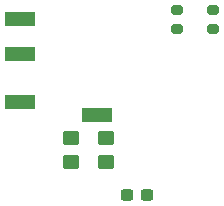
<source format=gbr>
%TF.GenerationSoftware,KiCad,Pcbnew,(6.0.4)*%
%TF.CreationDate,2022-05-02T18:01:09+08:00*%
%TF.ProjectId,RP2040 Board V1.0,52503230-3430-4204-926f-617264205631,rev?*%
%TF.SameCoordinates,Original*%
%TF.FileFunction,Paste,Bot*%
%TF.FilePolarity,Positive*%
%FSLAX46Y46*%
G04 Gerber Fmt 4.6, Leading zero omitted, Abs format (unit mm)*
G04 Created by KiCad (PCBNEW (6.0.4)) date 2022-05-02 18:01:09*
%MOMM*%
%LPD*%
G01*
G04 APERTURE LIST*
G04 Aperture macros list*
%AMRoundRect*
0 Rectangle with rounded corners*
0 $1 Rounding radius*
0 $2 $3 $4 $5 $6 $7 $8 $9 X,Y pos of 4 corners*
0 Add a 4 corners polygon primitive as box body*
4,1,4,$2,$3,$4,$5,$6,$7,$8,$9,$2,$3,0*
0 Add four circle primitives for the rounded corners*
1,1,$1+$1,$2,$3*
1,1,$1+$1,$4,$5*
1,1,$1+$1,$6,$7*
1,1,$1+$1,$8,$9*
0 Add four rect primitives between the rounded corners*
20,1,$1+$1,$2,$3,$4,$5,0*
20,1,$1+$1,$4,$5,$6,$7,0*
20,1,$1+$1,$6,$7,$8,$9,0*
20,1,$1+$1,$8,$9,$2,$3,0*%
G04 Aperture macros list end*
%ADD10RoundRect,0.250000X-0.450000X0.350000X-0.450000X-0.350000X0.450000X-0.350000X0.450000X0.350000X0*%
%ADD11RoundRect,0.237500X0.300000X0.237500X-0.300000X0.237500X-0.300000X-0.237500X0.300000X-0.237500X0*%
%ADD12RoundRect,0.200000X-0.275000X0.200000X-0.275000X-0.200000X0.275000X-0.200000X0.275000X0.200000X0*%
%ADD13R,2.500000X1.200000*%
G04 APERTURE END LIST*
D10*
%TO.C,R13*%
X22148800Y-90322400D03*
X22148800Y-92322400D03*
%TD*%
D11*
%TO.C,C7*%
X28612500Y-95150000D03*
X26887500Y-95150000D03*
%TD*%
D10*
%TO.C,R12*%
X25146000Y-90297000D03*
X25146000Y-92297000D03*
%TD*%
D12*
%TO.C,R2*%
X31172989Y-79437989D03*
X31172989Y-81087989D03*
%TD*%
D13*
%TO.C,J3*%
X17850000Y-83200000D03*
X17850000Y-80200000D03*
X24350000Y-88300000D03*
X17850000Y-87200000D03*
%TD*%
D12*
%TO.C,R1*%
X34172989Y-79437989D03*
X34172989Y-81087989D03*
%TD*%
M02*

</source>
